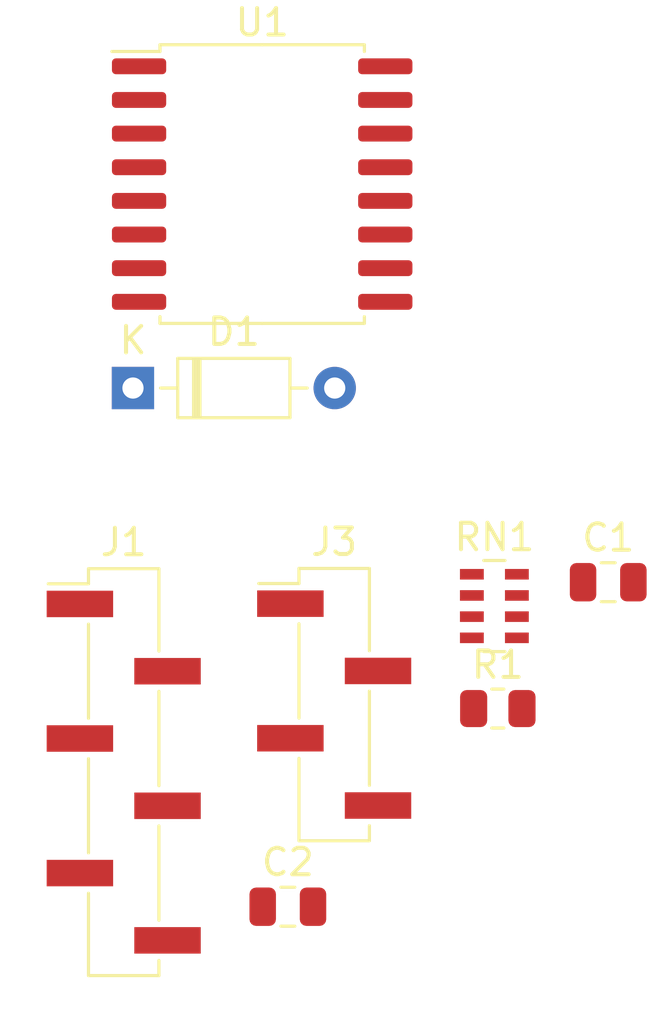
<source format=kicad_pcb>
(kicad_pcb (version 20211014) (generator pcbnew)
  (title_block (title "DS3231") (date "2022-09-25") (rev "1.0") (company "Cristóbal Cuevas Lagos"))
  (layers (0 "F.Cu" signal) (31 "B.Cu" signal) (34 "B.Paste" user) (35 "F.Paste" user) (36 "B.SilkS" user "B.Silkscreen") (37 "F.SilkS" user "F.Silkscreen") (38 "B.Mask" user) (39 "F.Mask" user) (44 "Edge.Cuts" user))
  (net 0 "")
  (net 1 "32K")
  (net 2 "VCC")
  (net 3 "SQW")
  (net 5 "GND")
  (net 6 "VBAT")
  (net 7 "SDA")
  (net 8 "SCL")
  (net 9 "Net-(D1-Pad2)")
  (footprint "Diode_THT:D_DO-35_SOD27_P7.62mm_Horizontal" (layer "F.Cu") (at 144.92 107.44)
    (fp_text reference "D1" (at 3.81 -2.12) (layer "F.SilkS"))
    (fp_text value "1N4148")
    (fp_text user "K" (at 0 -1.8) (layer "F.SilkS"))
    (fp_line (start 2.53 -1.12) (end 2.53 1.12) (layer "F.SilkS") (width 0.12))
    (fp_line (start 1.04 0) (end 1.69 0) (layer "F.SilkS") (width 0.12))
    (fp_line (start 2.41 -1.12) (end 2.41 1.12) (layer "F.SilkS") (width 0.12))
    (fp_line (start 5.93 1.12) (end 5.93 -1.12) (layer "F.SilkS") (width 0.12))
    (fp_line (start 5.93 -1.12) (end 1.69 -1.12) (layer "F.SilkS") (width 0.12))
    (fp_line (start 2.29 -1.12) (end 2.29 1.12) (layer "F.SilkS") (width 0.12))
    (fp_line (start 1.69 -1.12) (end 1.69 1.12) (layer "F.SilkS") (width 0.12))
    (fp_line (start 1.69 1.12) (end 5.93 1.12) (layer "F.SilkS") (width 0.12))
    (fp_line (start 6.58 0) (end 5.93 0) (layer "F.SilkS") (width 0.12))
    (pad "1" thru_hole rect (at 0 0) (size 1.6 1.6) (drill 0.8) (layers *.Cu *.Mask) (net 6 "VBAT"))
    (pad "2" thru_hole oval (at 7.62 0) (size 1.6 1.6) (drill 0.8) (layers *.Cu *.Mask) (net 9 "Net-(D1-Pad2)"))
  )
  (footprint "Resistor_SMD:R_0805_2012Metric" (layer "F.Cu") (at 158.7 119.54)
    (fp_text reference "R1" (at 0 -1.65) (layer "F.SilkS"))
    (fp_text value "200R")
    (fp_line (start -0.227064 -0.735) (end 0.227064 -0.735) (layer "F.SilkS") (width 0.12))
    (fp_line (start -0.227064 0.735) (end 0.227064 0.735) (layer "F.SilkS") (width 0.12))
    (pad "1" smd roundrect (at -0.9125 0) (size 1.025 1.4) (layers "F.Cu" "F.Paste" "F.Mask") (roundrect_rratio 0.243902) (net 2 "VCC"))
    (pad "2" smd roundrect (at 0.9125 0) (size 1.025 1.4) (layers "F.Cu" "F.Paste" "F.Mask") (roundrect_rratio 0.243902) (net 9 "Net-(D1-Pad2)"))
  )
  (footprint "Capacitor_SMD:C_0805_2012Metric" (layer "F.Cu") (at 150.77 127.02)
    (fp_text reference "C2" (at 0 -1.68) (layer "F.SilkS"))
    (fp_text value "1u")
    (fp_line (start -0.261252 0.735) (end 0.261252 0.735) (layer "F.SilkS") (width 0.12))
    (fp_line (start -0.261252 -0.735) (end 0.261252 -0.735) (layer "F.SilkS") (width 0.12))
    (pad "1" smd roundrect (at -0.95 0) (size 1 1.45) (layers "F.Cu" "F.Paste" "F.Mask") (net 2 "VCC"))
    (pad "2" smd roundrect (at 0.95 0) (size 1 1.45) (layers "F.Cu" "F.Paste" "F.Mask") (net 5 "GND"))
  )
  (footprint "Capacitor_SMD:C_0805_2012Metric" (layer "F.Cu") (at 162.87 114.77)
    (fp_text reference "C1" (at 0 -1.68) (layer "F.SilkS"))
    (fp_text value "0.1u")
    (fp_line (start -0.261252 0.735) (end 0.261252 0.735) (layer "F.SilkS") (width 0.12))
    (fp_line (start -0.261252 -0.735) (end 0.261252 -0.735) (layer "F.SilkS") (width 0.12))
    (pad "1" smd roundrect (at -0.95 0) (size 1 1.45) (layers "F.Cu" "F.Paste" "F.Mask") (net 2 "VCC"))
    (pad "2" smd roundrect (at 0.95 0) (size 1 1.45) (layers "F.Cu" "F.Paste" "F.Mask") (net 5 "GND"))
  )
  (footprint "Connector_PinHeader_2.54mm:PinHeader_1x04_P2.54mm_Vertical_SMD_Pin1Left" (layer "F.Cu") (at 152.52 119.39)
    (fp_text reference "J3" (at 0 -6.14) (layer "F.SilkS"))
    (fp_text value "Conn_01x04")
    (fp_line (start -1.33 -4.57) (end -2.85 -4.57) (layer "F.SilkS") (width 0.12))
    (fp_line (start 1.33 -5.14) (end 1.33 -2.03) (layer "F.SilkS") (width 0.12))
    (fp_line (start 1.33 -0.51) (end 1.33 3.05) (layer "F.SilkS") (width 0.12))
    (fp_line (start -1.33 -3.05) (end -1.33 0.51) (layer "F.SilkS") (width 0.12))
    (fp_line (start -1.33 -5.14) (end -1.33 -4.57) (layer "F.SilkS") (width 0.12))
    (fp_line (start -1.33 5.14) (end 1.33 5.14) (layer "F.SilkS") (width 0.12))
    (fp_line (start -1.33 -5.14) (end 1.33 -5.14) (layer "F.SilkS") (width 0.12))
    (fp_line (start 1.33 4.57) (end 1.33 5.14) (layer "F.SilkS") (width 0.12))
    (fp_line (start -1.33 2.03) (end -1.33 5.14) (layer "F.SilkS") (width 0.12))
    (pad "1" smd rect (at -1.655 -3.81) (size 2.51 1) (layers "F.Cu" "F.Paste" "F.Mask") (net 8 "SCL"))
    (pad "2" smd rect (at 1.655 -1.27) (size 2.51 1) (layers "F.Cu" "F.Paste" "F.Mask") (net 7 "SDA"))
    (pad "3" smd rect (at -1.655 1.27) (size 2.51 1) (layers "F.Cu" "F.Paste" "F.Mask") (net 2 "VCC"))
    (pad "4" smd rect (at 1.655 3.81) (size 2.51 1) (layers "F.Cu" "F.Paste" "F.Mask") (net 5 "GND"))
  )
  (footprint "Resistor_SMD:R_Array_Concave_4x0603" (layer "F.Cu") (at 158.57 115.67)
    (fp_text reference "RN1" (at 0 -2.6) (layer "F.SilkS"))
    (fp_text value "4k7")
    (fp_line (start 0.4 -1.72) (end -0.4 -1.72) (layer "F.SilkS") (width 0.12))
    (fp_line (start 0.4 1.72) (end -0.4 1.72) (layer "F.SilkS") (width 0.12))
    (pad "1" smd rect (at -0.85 -1.2) (size 0.9 0.4) (layers "F.Cu" "F.Paste" "F.Mask") (net 8 "SCL"))
    (pad "2" smd rect (at -0.85 -0.4) (size 0.9 0.4) (layers "F.Cu" "F.Paste" "F.Mask") (net 7 "SDA"))
    (pad "3" smd rect (at -0.85 0.4) (size 0.9 0.4) (layers "F.Cu" "F.Paste" "F.Mask") (net 1 "32K"))
    (pad "4" smd rect (at -0.85 1.2) (size 0.9 0.4) (layers "F.Cu" "F.Paste" "F.Mask") (net 3 "SQW"))
    (pad "5" smd rect (at 0.85 1.2) (size 0.9 0.4) (layers "F.Cu" "F.Paste" "F.Mask") (net 2 "VCC"))
    (pad "6" smd rect (at 0.85 0.4) (size 0.9 0.4) (layers "F.Cu" "F.Paste" "F.Mask") (net 2 "VCC"))
    (pad "7" smd rect (at 0.85 -0.4) (size 0.9 0.4) (layers "F.Cu" "F.Paste" "F.Mask") (net 2 "VCC"))
    (pad "8" smd rect (at 0.85 -1.2) (size 0.9 0.4) (layers "F.Cu" "F.Paste" "F.Mask") (net 2 "VCC"))
  )
  (footprint "Package_SO:SOIC-16W_7.5x10.3mm_P1.27mm" (layer "F.Cu") (at 149.8 99.74)
    (fp_text reference "U1" (at 0 -6.1) (layer "F.SilkS"))
    (fp_text value "DS3231M")
    (fp_line (start 3.86 -5.26) (end 3.86 -5.005) (layer "F.SilkS") (width 0.12))
    (fp_line (start 0 5.26) (end -3.86 5.26) (layer "F.SilkS") (width 0.12))
    (fp_line (start -3.86 -5.26) (end -3.86 -5.005) (layer "F.SilkS") (width 0.12))
    (fp_line (start 0 5.26) (end 3.86 5.26) (layer "F.SilkS") (width 0.12))
    (fp_line (start 0 -5.26) (end -3.86 -5.26) (layer "F.SilkS") (width 0.12))
    (fp_line (start -3.86 -5.005) (end -5.675 -5.005) (layer "F.SilkS") (width 0.12))
    (fp_line (start -3.86 5.26) (end -3.86 5.005) (layer "F.SilkS") (width 0.12))
    (fp_line (start 3.86 5.26) (end 3.86 5.005) (layer "F.SilkS") (width 0.12))
    (fp_line (start 0 -5.26) (end 3.86 -5.26) (layer "F.SilkS") (width 0.12))
    (pad "1" smd roundrect (at -4.65 -4.445) (size 2.05 0.6) (layers "F.Cu" "F.Paste" "F.Mask") (net 1 "32K"))
    (pad "2" smd roundrect (at -4.65 -3.175) (size 2.05 0.6) (layers "F.Cu" "F.Paste" "F.Mask") (net 2 "VCC"))
    (pad "3" smd roundrect (at -4.65 -1.905) (size 2.05 0.6) (layers "F.Cu" "F.Paste" "F.Mask") (net 3 "SQW"))
    (pad "4" smd roundrect (at -4.65 -0.635) (size 2.05 0.6) (layers "F.Cu" "F.Paste" "F.Mask"))
    (pad "5" smd roundrect (at -4.65 0.635) (size 2.05 0.6) (layers "F.Cu" "F.Paste" "F.Mask") (net 5 "GND"))
    (pad "6" smd roundrect (at -4.65 1.905) (size 2.05 0.6) (layers "F.Cu" "F.Paste" "F.Mask") (net 5 "GND"))
    (pad "7" smd roundrect (at -4.65 3.175) (size 2.05 0.6) (layers "F.Cu" "F.Paste" "F.Mask") (net 5 "GND"))
    (pad "8" smd roundrect (at -4.65 4.445) (size 2.05 0.6) (layers "F.Cu" "F.Paste" "F.Mask") (net 5 "GND"))
    (pad "9" smd roundrect (at 4.65 4.445) (size 2.05 0.6) (layers "F.Cu" "F.Paste" "F.Mask") (net 5 "GND"))
    (pad "10" smd roundrect (at 4.65 3.175) (size 2.05 0.6) (layers "F.Cu" "F.Paste" "F.Mask") (net 5 "GND"))
    (pad "11" smd roundrect (at 4.65 1.905) (size 2.05 0.6) (layers "F.Cu" "F.Paste" "F.Mask") (net 5 "GND"))
    (pad "12" smd roundrect (at 4.65 0.635) (size 2.05 0.6) (layers "F.Cu" "F.Paste" "F.Mask") (net 5 "GND"))
    (pad "13" smd roundrect (at 4.65 -0.635) (size 2.05 0.6) (layers "F.Cu" "F.Paste" "F.Mask") (net 5 "GND"))
    (pad "14" smd roundrect (at 4.65 -1.905) (size 2.05 0.6) (layers "F.Cu" "F.Paste" "F.Mask") (net 6 "VBAT"))
    (pad "15" smd roundrect (at 4.65 -3.175) (size 2.05 0.6) (layers "F.Cu" "F.Paste" "F.Mask") (net 7 "SDA"))
    (pad "16" smd roundrect (at 4.65 -4.445) (size 2.05 0.6) (layers "F.Cu" "F.Paste" "F.Mask") (net 8 "SCL"))
  )
  (footprint "Connector_PinHeader_2.54mm:PinHeader_1x06_P2.54mm_Vertical_SMD_Pin1Left" (layer "F.Cu") (at 144.57 121.94)
    (fp_text reference "J1" (at 0 -8.68) (layer "F.SilkS"))
    (fp_text value "Conn_01x06")
    (fp_line (start 1.33 7.11) (end 1.33 7.68) (layer "F.SilkS") (width 0.12))
    (fp_line (start -1.33 -7.68) (end -1.33 -7.11) (layer "F.SilkS") (width 0.12))
    (fp_line (start -1.33 -7.68) (end 1.33 -7.68) (layer "F.SilkS") (width 0.12))
    (fp_line (start -1.33 7.68) (end 1.33 7.68) (layer "F.SilkS") (width 0.12))
    (fp_line (start 1.33 -3.05) (end 1.33 0.51) (layer "F.SilkS") (width 0.12))
    (fp_line (start 1.33 2.03) (end 1.33 5.59) (layer "F.SilkS") (width 0.12))
    (fp_line (start -1.33 -5.59) (end -1.33 -2.03) (layer "F.SilkS") (width 0.12))
    (fp_line (start -1.33 4.57) (end -1.33 7.68) (layer "F.SilkS") (width 0.12))
    (fp_line (start -1.33 -7.11) (end -2.85 -7.11) (layer "F.SilkS") (width 0.12))
    (fp_line (start -1.33 -0.51) (end -1.33 3.05) (layer "F.SilkS") (width 0.12))
    (fp_line (start 1.33 -7.68) (end 1.33 -4.57) (layer "F.SilkS") (width 0.12))
    (pad "1" smd rect (at -1.655 -6.35) (size 2.51 1) (layers "F.Cu" "F.Paste" "F.Mask") (net 1 "32K"))
    (pad "2" smd rect (at 1.655 -3.81) (size 2.51 1) (layers "F.Cu" "F.Paste" "F.Mask") (net 3 "SQW"))
    (pad "3" smd rect (at -1.655 -1.27) (size 2.51 1) (layers "F.Cu" "F.Paste" "F.Mask") (net 8 "SCL"))
    (pad "4" smd rect (at 1.655 1.27) (size 2.51 1) (layers "F.Cu" "F.Paste" "F.Mask") (net 7 "SDA"))
    (pad "5" smd rect (at -1.655 3.81) (size 2.51 1) (layers "F.Cu" "F.Paste" "F.Mask") (net 2 "VCC"))
    (pad "6" smd rect (at 1.655 6.35) (size 2.51 1) (layers "F.Cu" "F.Paste" "F.Mask") (net 5 "GND"))
  )
)
</source>
